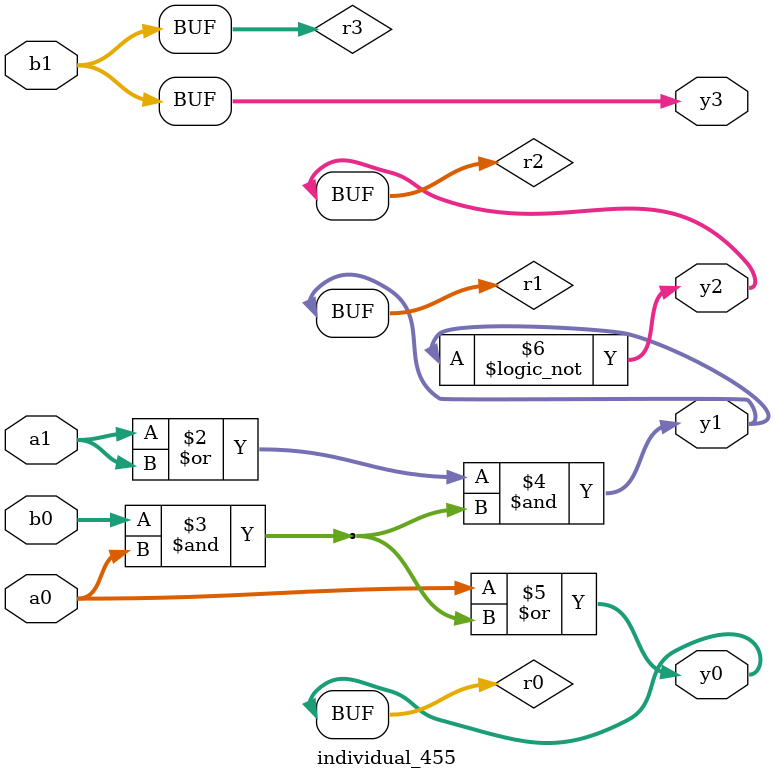
<source format=sv>
module individual_455(input logic [15:0] a1, input logic [15:0] a0, input logic [15:0] b1, input logic [15:0] b0, output logic [15:0] y3, output logic [15:0] y2, output logic [15:0] y1, output logic [15:0] y0);
logic [15:0] r0, r1, r2, r3; 
 always@(*) begin 
	 r0 = a0; r1 = a1; r2 = b0; r3 = b1; 
 	 r1  |=  a1 ;
 	 r2  &=  r0 ;
 	 r1  &=  r2 ;
 	 r0  |=  r2 ;
 	 r2 = ! r1 ;
 	 y3 = r3; y2 = r2; y1 = r1; y0 = r0; 
end
endmodule
</source>
